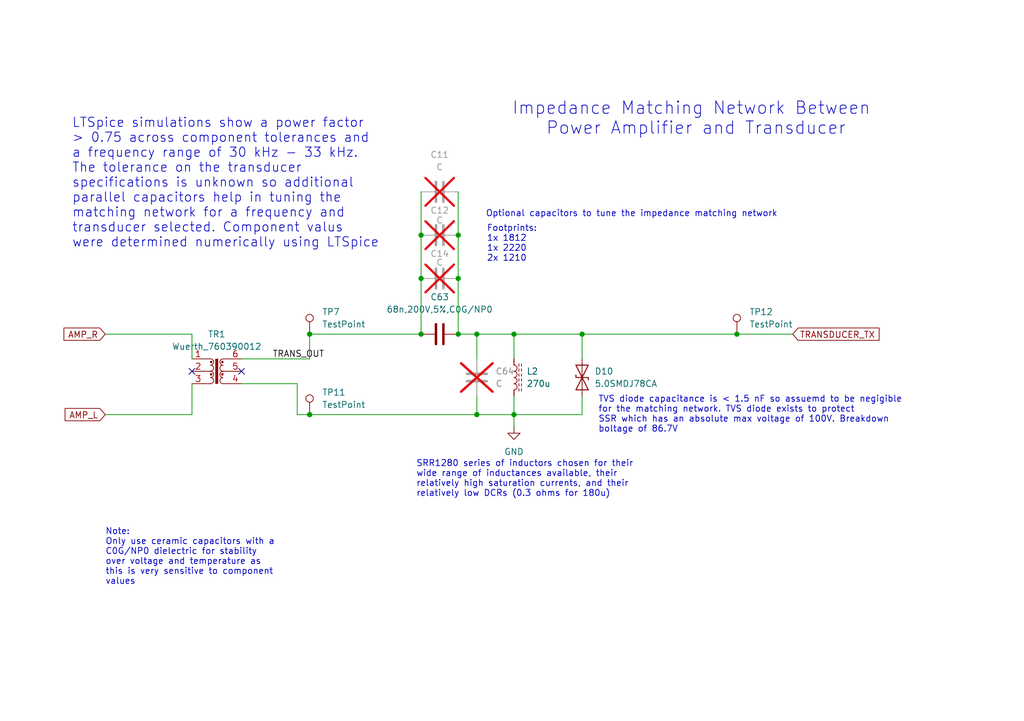
<source format=kicad_sch>
(kicad_sch
	(version 20231120)
	(generator "eeschema")
	(generator_version "8.0")
	(uuid "3513a324-e091-4d45-8f96-049a7775347c")
	(paper "A5")
	(title_block
		(title "Impedance Matching Network")
		(date "2025-01-17")
		(rev "1.3")
		(company "EV")
	)
	(lib_symbols
		(symbol "UAM_symbols:C"
			(pin_numbers hide)
			(pin_names
				(offset 0.254)
			)
			(exclude_from_sim no)
			(in_bom yes)
			(on_board yes)
			(property "Reference" "C"
				(at 0.635 2.54 0)
				(effects
					(font
						(size 1.27 1.27)
					)
					(justify left)
				)
			)
			(property "Value" "C"
				(at 0.635 -2.54 0)
				(effects
					(font
						(size 1.27 1.27)
					)
					(justify left)
				)
			)
			(property "Footprint" ""
				(at 0.9652 -3.81 0)
				(effects
					(font
						(size 1.27 1.27)
					)
					(hide yes)
				)
			)
			(property "Datasheet" "~"
				(at 0 0 0)
				(effects
					(font
						(size 1.27 1.27)
					)
					(hide yes)
				)
			)
			(property "Description" "Unpolarized capacitor"
				(at 0 0 0)
				(effects
					(font
						(size 1.27 1.27)
					)
					(hide yes)
				)
			)
			(property "ki_keywords" "cap capacitor"
				(at 0 0 0)
				(effects
					(font
						(size 1.27 1.27)
					)
					(hide yes)
				)
			)
			(property "ki_fp_filters" "C_*"
				(at 0 0 0)
				(effects
					(font
						(size 1.27 1.27)
					)
					(hide yes)
				)
			)
			(symbol "C_0_1"
				(polyline
					(pts
						(xy -2.032 -0.762) (xy 2.032 -0.762)
					)
					(stroke
						(width 0.508)
						(type default)
					)
					(fill
						(type none)
					)
				)
				(polyline
					(pts
						(xy -2.032 0.762) (xy 2.032 0.762)
					)
					(stroke
						(width 0.508)
						(type default)
					)
					(fill
						(type none)
					)
				)
			)
			(symbol "C_1_1"
				(pin passive line
					(at 0 3.81 270)
					(length 2.794)
					(name "~"
						(effects
							(font
								(size 1.27 1.27)
							)
						)
					)
					(number "1"
						(effects
							(font
								(size 1.27 1.27)
							)
						)
					)
				)
				(pin passive line
					(at 0 -3.81 90)
					(length 2.794)
					(name "~"
						(effects
							(font
								(size 1.27 1.27)
							)
						)
					)
					(number "2"
						(effects
							(font
								(size 1.27 1.27)
							)
						)
					)
				)
			)
		)
		(symbol "UAM_symbols:L_Ferrite"
			(pin_numbers hide)
			(pin_names
				(offset 1.016) hide)
			(exclude_from_sim no)
			(in_bom yes)
			(on_board yes)
			(property "Reference" "L"
				(at -1.27 0 90)
				(effects
					(font
						(size 1.27 1.27)
					)
				)
			)
			(property "Value" "L_Ferrite"
				(at 2.794 0 90)
				(effects
					(font
						(size 1.27 1.27)
					)
				)
			)
			(property "Footprint" ""
				(at 0 0 0)
				(effects
					(font
						(size 1.27 1.27)
					)
					(hide yes)
				)
			)
			(property "Datasheet" "~"
				(at 0 0 0)
				(effects
					(font
						(size 1.27 1.27)
					)
					(hide yes)
				)
			)
			(property "Description" "Inductor with ferrite core"
				(at 0 0 0)
				(effects
					(font
						(size 1.27 1.27)
					)
					(hide yes)
				)
			)
			(property "ki_keywords" "inductor choke coil reactor magnetic"
				(at 0 0 0)
				(effects
					(font
						(size 1.27 1.27)
					)
					(hide yes)
				)
			)
			(property "ki_fp_filters" "Choke_* *Coil* Inductor_* L_*"
				(at 0 0 0)
				(effects
					(font
						(size 1.27 1.27)
					)
					(hide yes)
				)
			)
			(symbol "L_Ferrite_0_1"
				(arc
					(start 0 -2.54)
					(mid 0.6323 -1.905)
					(end 0 -1.27)
					(stroke
						(width 0)
						(type default)
					)
					(fill
						(type none)
					)
				)
				(arc
					(start 0 -1.27)
					(mid 0.6323 -0.635)
					(end 0 0)
					(stroke
						(width 0)
						(type default)
					)
					(fill
						(type none)
					)
				)
				(polyline
					(pts
						(xy 1.016 -2.794) (xy 1.016 -2.286)
					)
					(stroke
						(width 0)
						(type default)
					)
					(fill
						(type none)
					)
				)
				(polyline
					(pts
						(xy 1.016 -1.778) (xy 1.016 -1.27)
					)
					(stroke
						(width 0)
						(type default)
					)
					(fill
						(type none)
					)
				)
				(polyline
					(pts
						(xy 1.016 -0.762) (xy 1.016 -0.254)
					)
					(stroke
						(width 0)
						(type default)
					)
					(fill
						(type none)
					)
				)
				(polyline
					(pts
						(xy 1.016 0.254) (xy 1.016 0.762)
					)
					(stroke
						(width 0)
						(type default)
					)
					(fill
						(type none)
					)
				)
				(polyline
					(pts
						(xy 1.016 1.27) (xy 1.016 1.778)
					)
					(stroke
						(width 0)
						(type default)
					)
					(fill
						(type none)
					)
				)
				(polyline
					(pts
						(xy 1.016 2.286) (xy 1.016 2.794)
					)
					(stroke
						(width 0)
						(type default)
					)
					(fill
						(type none)
					)
				)
				(polyline
					(pts
						(xy 1.524 -2.286) (xy 1.524 -2.794)
					)
					(stroke
						(width 0)
						(type default)
					)
					(fill
						(type none)
					)
				)
				(polyline
					(pts
						(xy 1.524 -1.27) (xy 1.524 -1.778)
					)
					(stroke
						(width 0)
						(type default)
					)
					(fill
						(type none)
					)
				)
				(polyline
					(pts
						(xy 1.524 -0.254) (xy 1.524 -0.762)
					)
					(stroke
						(width 0)
						(type default)
					)
					(fill
						(type none)
					)
				)
				(polyline
					(pts
						(xy 1.524 0.762) (xy 1.524 0.254)
					)
					(stroke
						(width 0)
						(type default)
					)
					(fill
						(type none)
					)
				)
				(polyline
					(pts
						(xy 1.524 1.778) (xy 1.524 1.27)
					)
					(stroke
						(width 0)
						(type default)
					)
					(fill
						(type none)
					)
				)
				(polyline
					(pts
						(xy 1.524 2.794) (xy 1.524 2.286)
					)
					(stroke
						(width 0)
						(type default)
					)
					(fill
						(type none)
					)
				)
				(arc
					(start 0 0)
					(mid 0.6323 0.635)
					(end 0 1.27)
					(stroke
						(width 0)
						(type default)
					)
					(fill
						(type none)
					)
				)
				(arc
					(start 0 1.27)
					(mid 0.6323 1.905)
					(end 0 2.54)
					(stroke
						(width 0)
						(type default)
					)
					(fill
						(type none)
					)
				)
			)
			(symbol "L_Ferrite_1_1"
				(pin passive line
					(at 0 3.81 270)
					(length 1.27)
					(name "1"
						(effects
							(font
								(size 1.27 1.27)
							)
						)
					)
					(number "1"
						(effects
							(font
								(size 1.27 1.27)
							)
						)
					)
				)
				(pin passive line
					(at 0 -3.81 90)
					(length 1.27)
					(name "2"
						(effects
							(font
								(size 1.27 1.27)
							)
						)
					)
					(number "2"
						(effects
							(font
								(size 1.27 1.27)
							)
						)
					)
				)
			)
		)
		(symbol "UAM_symbols:SMAJ85CA"
			(pin_numbers hide)
			(pin_names
				(offset 1.016) hide)
			(exclude_from_sim no)
			(in_bom yes)
			(on_board yes)
			(property "Reference" "D"
				(at 0 2.54 0)
				(effects
					(font
						(size 1.27 1.27)
					)
				)
			)
			(property "Value" "SMAJ85CA"
				(at 0 -2.54 0)
				(effects
					(font
						(size 1.27 1.27)
					)
				)
			)
			(property "Footprint" "Diode_SMD:D_SMA"
				(at 0 -5.08 0)
				(effects
					(font
						(size 1.27 1.27)
					)
					(hide yes)
				)
			)
			(property "Datasheet" "https://www.littelfuse.com/media?resourcetype=datasheets&itemid=75e32973-b177-4ee3-a0ff-cedaf1abdb93&filename=smaj-datasheet"
				(at 0 0 0)
				(effects
					(font
						(size 1.27 1.27)
					)
					(hide yes)
				)
			)
			(property "Description" "400W bidirectional Transient Voltage Suppressor, 85.0Vr, SMA(DO-214AC)"
				(at 0 0 0)
				(effects
					(font
						(size 1.27 1.27)
					)
					(hide yes)
				)
			)
			(property "ki_keywords" "bidirectional diode TVS voltage suppressor"
				(at 0 0 0)
				(effects
					(font
						(size 1.27 1.27)
					)
					(hide yes)
				)
			)
			(property "ki_fp_filters" "D*SMA*"
				(at 0 0 0)
				(effects
					(font
						(size 1.27 1.27)
					)
					(hide yes)
				)
			)
			(symbol "SMAJ85CA_0_1"
				(polyline
					(pts
						(xy 1.27 0) (xy -1.27 0)
					)
					(stroke
						(width 0)
						(type default)
					)
					(fill
						(type none)
					)
				)
				(polyline
					(pts
						(xy -2.54 -1.27) (xy 0 0) (xy -2.54 1.27) (xy -2.54 -1.27)
					)
					(stroke
						(width 0.2032)
						(type default)
					)
					(fill
						(type none)
					)
				)
				(polyline
					(pts
						(xy 0.508 1.27) (xy 0 1.27) (xy 0 -1.27) (xy -0.508 -1.27)
					)
					(stroke
						(width 0.2032)
						(type default)
					)
					(fill
						(type none)
					)
				)
				(polyline
					(pts
						(xy 2.54 1.27) (xy 2.54 -1.27) (xy 0 0) (xy 2.54 1.27)
					)
					(stroke
						(width 0.2032)
						(type default)
					)
					(fill
						(type none)
					)
				)
			)
			(symbol "SMAJ85CA_1_1"
				(pin passive line
					(at -3.81 0 0)
					(length 2.54)
					(name "A1"
						(effects
							(font
								(size 1.27 1.27)
							)
						)
					)
					(number "1"
						(effects
							(font
								(size 1.27 1.27)
							)
						)
					)
				)
				(pin passive line
					(at 3.81 0 180)
					(length 2.54)
					(name "A2"
						(effects
							(font
								(size 1.27 1.27)
							)
						)
					)
					(number "2"
						(effects
							(font
								(size 1.27 1.27)
							)
						)
					)
				)
			)
		)
		(symbol "UAM_symbols:TestPoint"
			(pin_numbers hide)
			(pin_names
				(offset 0.762) hide)
			(exclude_from_sim no)
			(in_bom yes)
			(on_board yes)
			(property "Reference" "TP"
				(at 0 6.858 0)
				(effects
					(font
						(size 1.27 1.27)
					)
				)
			)
			(property "Value" "TestPoint"
				(at 0 5.08 0)
				(effects
					(font
						(size 1.27 1.27)
					)
				)
			)
			(property "Footprint" ""
				(at 5.08 0 0)
				(effects
					(font
						(size 1.27 1.27)
					)
					(hide yes)
				)
			)
			(property "Datasheet" "~"
				(at 5.08 0 0)
				(effects
					(font
						(size 1.27 1.27)
					)
					(hide yes)
				)
			)
			(property "Description" "test point"
				(at 0 0 0)
				(effects
					(font
						(size 1.27 1.27)
					)
					(hide yes)
				)
			)
			(property "ki_keywords" "test point tp"
				(at 0 0 0)
				(effects
					(font
						(size 1.27 1.27)
					)
					(hide yes)
				)
			)
			(property "ki_fp_filters" "Pin* Test*"
				(at 0 0 0)
				(effects
					(font
						(size 1.27 1.27)
					)
					(hide yes)
				)
			)
			(symbol "TestPoint_0_1"
				(circle
					(center 0 3.302)
					(radius 0.762)
					(stroke
						(width 0)
						(type default)
					)
					(fill
						(type none)
					)
				)
			)
			(symbol "TestPoint_1_1"
				(pin passive line
					(at 0 0 90)
					(length 2.54)
					(name "1"
						(effects
							(font
								(size 1.27 1.27)
							)
						)
					)
					(number "1"
						(effects
							(font
								(size 1.27 1.27)
							)
						)
					)
				)
			)
		)
		(symbol "UAM_symbols:Wuerth_750315371"
			(exclude_from_sim no)
			(in_bom yes)
			(on_board yes)
			(property "Reference" "TR"
				(at 0 5.08 0)
				(effects
					(font
						(size 1.27 1.27)
					)
				)
			)
			(property "Value" "Wuerth_750315371"
				(at 0 -5.08 0)
				(effects
					(font
						(size 1.27 1.27)
					)
				)
			)
			(property "Footprint" "Transformer_SMD:Transformer_Wuerth_750315371"
				(at 0 -6.985 0)
				(effects
					(font
						(size 1.27 1.27)
					)
					(hide yes)
				)
			)
			(property "Datasheet" "https://www.we-online.com/catalog/datasheet/750315371.pdf"
				(at 0 0 0)
				(effects
					(font
						(size 1.27 1.27)
					)
					(hide yes)
				)
			)
			(property "Description" "5V, 1A , 320 - 480kHz, 1:1.1, Center Tapped, SMD"
				(at 0 0 0)
				(effects
					(font
						(size 1.27 1.27)
					)
					(hide yes)
				)
			)
			(property "ki_keywords" "Power Center Tapped Flyback Transformer AEC-Q200"
				(at 0 0 0)
				(effects
					(font
						(size 1.27 1.27)
					)
					(hide yes)
				)
			)
			(property "ki_fp_filters" "Transformer*Wuerth*750315371*"
				(at 0 0 0)
				(effects
					(font
						(size 1.27 1.27)
					)
					(hide yes)
				)
			)
			(symbol "Wuerth_750315371_0_1"
				(arc
					(start -1.27 -2.54)
					(mid -0.6377 -1.905)
					(end -1.27 -1.27)
					(stroke
						(width 0)
						(type default)
					)
					(fill
						(type none)
					)
				)
				(arc
					(start -1.27 -1.27)
					(mid -0.6377 -0.635)
					(end -1.27 0)
					(stroke
						(width 0)
						(type default)
					)
					(fill
						(type none)
					)
				)
				(rectangle
					(start -0.254 2.54)
					(end 0.254 -2.54)
					(stroke
						(width 0.0254)
						(type default)
					)
					(fill
						(type outline)
					)
				)
				(polyline
					(pts
						(xy -2.54 -2.54) (xy -1.27 -2.54)
					)
					(stroke
						(width 0)
						(type default)
					)
					(fill
						(type none)
					)
				)
				(polyline
					(pts
						(xy -2.54 0) (xy -1.27 0)
					)
					(stroke
						(width 0)
						(type default)
					)
					(fill
						(type none)
					)
				)
				(polyline
					(pts
						(xy -2.54 2.54) (xy -1.27 2.54)
					)
					(stroke
						(width 0)
						(type default)
					)
					(fill
						(type none)
					)
				)
				(polyline
					(pts
						(xy 1.27 -2.54) (xy 2.54 -2.54)
					)
					(stroke
						(width 0)
						(type default)
					)
					(fill
						(type none)
					)
				)
				(polyline
					(pts
						(xy 1.27 0) (xy 2.54 0)
					)
					(stroke
						(width 0)
						(type default)
					)
					(fill
						(type none)
					)
				)
				(polyline
					(pts
						(xy 1.27 2.54) (xy 2.54 2.54)
					)
					(stroke
						(width 0)
						(type default)
					)
					(fill
						(type none)
					)
				)
			)
			(symbol "Wuerth_750315371_1_1"
				(arc
					(start -1.27 0)
					(mid -0.6377 0.635)
					(end -1.27 1.27)
					(stroke
						(width 0)
						(type default)
					)
					(fill
						(type none)
					)
				)
				(arc
					(start -1.27 1.27)
					(mid -0.6377 1.905)
					(end -1.27 2.54)
					(stroke
						(width 0)
						(type default)
					)
					(fill
						(type none)
					)
				)
				(circle
					(center -1.143 -0.635)
					(radius 0.127)
					(stroke
						(width 0.254)
						(type default)
					)
					(fill
						(type none)
					)
				)
				(circle
					(center -1.143 1.905)
					(radius 0.127)
					(stroke
						(width 0.254)
						(type default)
					)
					(fill
						(type none)
					)
				)
				(circle
					(center 1.143 -0.635)
					(radius 0.127)
					(stroke
						(width 0.254)
						(type default)
					)
					(fill
						(type none)
					)
				)
				(circle
					(center 1.143 1.905)
					(radius 0.127)
					(stroke
						(width 0.254)
						(type default)
					)
					(fill
						(type none)
					)
				)
				(arc
					(start 1.27 -1.27)
					(mid 0.6377 -1.905)
					(end 1.27 -2.54)
					(stroke
						(width 0)
						(type default)
					)
					(fill
						(type none)
					)
				)
				(arc
					(start 1.27 0)
					(mid 0.6377 -0.635)
					(end 1.27 -1.27)
					(stroke
						(width 0)
						(type default)
					)
					(fill
						(type none)
					)
				)
				(arc
					(start 1.27 1.27)
					(mid 0.6377 0.635)
					(end 1.27 0)
					(stroke
						(width 0)
						(type default)
					)
					(fill
						(type none)
					)
				)
				(arc
					(start 1.27 2.54)
					(mid 0.6377 1.905)
					(end 1.27 1.27)
					(stroke
						(width 0)
						(type default)
					)
					(fill
						(type none)
					)
				)
				(pin passive line
					(at -5.08 2.54 0)
					(length 2.54)
					(name "~"
						(effects
							(font
								(size 1.27 1.27)
							)
						)
					)
					(number "1"
						(effects
							(font
								(size 1.27 1.27)
							)
						)
					)
				)
				(pin passive line
					(at -5.08 0 0)
					(length 2.54)
					(name "~"
						(effects
							(font
								(size 1.27 1.27)
							)
						)
					)
					(number "2"
						(effects
							(font
								(size 1.27 1.27)
							)
						)
					)
				)
				(pin passive line
					(at -5.08 -2.54 0)
					(length 2.54)
					(name "~"
						(effects
							(font
								(size 1.27 1.27)
							)
						)
					)
					(number "3"
						(effects
							(font
								(size 1.27 1.27)
							)
						)
					)
				)
				(pin passive line
					(at 5.08 -2.54 180)
					(length 2.54)
					(name "~"
						(effects
							(font
								(size 1.27 1.27)
							)
						)
					)
					(number "4"
						(effects
							(font
								(size 1.27 1.27)
							)
						)
					)
				)
				(pin passive line
					(at 5.08 0 180)
					(length 2.54)
					(name "~"
						(effects
							(font
								(size 1.27 1.27)
							)
						)
					)
					(number "5"
						(effects
							(font
								(size 1.27 1.27)
							)
						)
					)
				)
				(pin passive line
					(at 5.08 2.54 180)
					(length 2.54)
					(name "~"
						(effects
							(font
								(size 1.27 1.27)
							)
						)
					)
					(number "6"
						(effects
							(font
								(size 1.27 1.27)
							)
						)
					)
				)
			)
		)
		(symbol "power:GND"
			(power)
			(pin_numbers hide)
			(pin_names
				(offset 0) hide)
			(exclude_from_sim no)
			(in_bom yes)
			(on_board yes)
			(property "Reference" "#PWR"
				(at 0 -6.35 0)
				(effects
					(font
						(size 1.27 1.27)
					)
					(hide yes)
				)
			)
			(property "Value" "GND"
				(at 0 -3.81 0)
				(effects
					(font
						(size 1.27 1.27)
					)
				)
			)
			(property "Footprint" ""
				(at 0 0 0)
				(effects
					(font
						(size 1.27 1.27)
					)
					(hide yes)
				)
			)
			(property "Datasheet" ""
				(at 0 0 0)
				(effects
					(font
						(size 1.27 1.27)
					)
					(hide yes)
				)
			)
			(property "Description" "Power symbol creates a global label with name \"GND\" , ground"
				(at 0 0 0)
				(effects
					(font
						(size 1.27 1.27)
					)
					(hide yes)
				)
			)
			(property "ki_keywords" "global power"
				(at 0 0 0)
				(effects
					(font
						(size 1.27 1.27)
					)
					(hide yes)
				)
			)
			(symbol "GND_0_1"
				(polyline
					(pts
						(xy 0 0) (xy 0 -1.27) (xy 1.27 -1.27) (xy 0 -2.54) (xy -1.27 -1.27) (xy 0 -1.27)
					)
					(stroke
						(width 0)
						(type default)
					)
					(fill
						(type none)
					)
				)
			)
			(symbol "GND_1_1"
				(pin power_in line
					(at 0 0 270)
					(length 0)
					(name "~"
						(effects
							(font
								(size 1.27 1.27)
							)
						)
					)
					(number "1"
						(effects
							(font
								(size 1.27 1.27)
							)
						)
					)
				)
			)
		)
	)
	(junction
		(at 105.41 85.09)
		(diameter 0)
		(color 0 0 0 0)
		(uuid "23d1a9cb-0bcd-4be1-a032-1e726b063d60")
	)
	(junction
		(at 105.41 68.58)
		(diameter 0)
		(color 0 0 0 0)
		(uuid "2885a944-6514-4ba0-aabf-196d358c9fa1")
	)
	(junction
		(at 97.79 85.09)
		(diameter 0)
		(color 0 0 0 0)
		(uuid "56071031-67e2-4a9a-8503-42648f2d119e")
	)
	(junction
		(at 63.5 68.58)
		(diameter 0)
		(color 0 0 0 0)
		(uuid "5995de18-6565-4325-94e1-be1e1a7d7d63")
	)
	(junction
		(at 63.5 85.09)
		(diameter 0)
		(color 0 0 0 0)
		(uuid "69084775-8b69-4e3c-8bec-943e93a335fc")
	)
	(junction
		(at 86.36 68.58)
		(diameter 0)
		(color 0 0 0 0)
		(uuid "7e848b90-2d18-464e-867a-204c2cc3c8e4")
	)
	(junction
		(at 86.36 57.15)
		(diameter 0)
		(color 0 0 0 0)
		(uuid "87c27488-779a-433c-bfc0-766b1a217501")
	)
	(junction
		(at 93.98 48.26)
		(diameter 0)
		(color 0 0 0 0)
		(uuid "91d97867-c083-4778-bd1c-5c4d9dc3a87c")
	)
	(junction
		(at 97.79 68.58)
		(diameter 0)
		(color 0 0 0 0)
		(uuid "9a120cb4-fbe0-4d80-b3ed-43ba0d27357f")
	)
	(junction
		(at 119.38 68.58)
		(diameter 0)
		(color 0 0 0 0)
		(uuid "a044b4ce-353c-4a76-afca-1346aa333be5")
	)
	(junction
		(at 86.36 48.26)
		(diameter 0)
		(color 0 0 0 0)
		(uuid "b9dd2f00-70a3-43ce-b2d2-a7c0b37f07b7")
	)
	(junction
		(at 93.98 57.15)
		(diameter 0)
		(color 0 0 0 0)
		(uuid "d8ad882e-bb83-4b9f-ba7c-ca6193a8961c")
	)
	(junction
		(at 151.13 68.58)
		(diameter 0)
		(color 0 0 0 0)
		(uuid "da82d4fa-4c73-477b-9892-3a797e22dbd9")
	)
	(junction
		(at 93.98 68.58)
		(diameter 0)
		(color 0 0 0 0)
		(uuid "de65f51d-df2a-4130-9507-de1f80b382ae")
	)
	(no_connect
		(at 49.53 76.2)
		(uuid "07eca37b-cb42-4571-9b87-9439877e7b28")
	)
	(no_connect
		(at 39.37 76.2)
		(uuid "78bf4c9d-6919-45e9-94a6-c86a4e75253d")
	)
	(wire
		(pts
			(xy 97.79 85.09) (xy 105.41 85.09)
		)
		(stroke
			(width 0)
			(type default)
		)
		(uuid "02a6aa97-492e-4984-b363-653e14c5c3f8")
	)
	(wire
		(pts
			(xy 60.96 85.09) (xy 63.5 85.09)
		)
		(stroke
			(width 0)
			(type default)
		)
		(uuid "0401c6af-e6f4-45de-a791-906282163222")
	)
	(wire
		(pts
			(xy 93.98 48.26) (xy 93.98 57.15)
		)
		(stroke
			(width 0)
			(type default)
		)
		(uuid "0d195966-f9b6-4635-b0e3-b28ee2d64876")
	)
	(wire
		(pts
			(xy 60.96 78.74) (xy 60.96 85.09)
		)
		(stroke
			(width 0)
			(type default)
		)
		(uuid "0d7cc246-0087-4665-aa86-d380a9c51079")
	)
	(wire
		(pts
			(xy 105.41 68.58) (xy 119.38 68.58)
		)
		(stroke
			(width 0)
			(type default)
		)
		(uuid "46b22eb1-19f6-4088-9a78-6ae48536eb9b")
	)
	(wire
		(pts
			(xy 49.53 73.66) (xy 63.5 73.66)
		)
		(stroke
			(width 0)
			(type default)
		)
		(uuid "6e04327a-7c98-4bef-a918-7bf829f4618e")
	)
	(wire
		(pts
			(xy 105.41 68.58) (xy 105.41 73.66)
		)
		(stroke
			(width 0)
			(type default)
		)
		(uuid "724d0dfb-cf64-4dbb-ab6a-4f6c5644088a")
	)
	(wire
		(pts
			(xy 119.38 68.58) (xy 119.38 73.66)
		)
		(stroke
			(width 0)
			(type default)
		)
		(uuid "73837a14-2a6f-482c-a6de-62cb73999ddc")
	)
	(wire
		(pts
			(xy 151.13 68.58) (xy 162.56 68.58)
		)
		(stroke
			(width 0)
			(type default)
		)
		(uuid "74af4a10-b776-4091-97a8-a896a5391b4e")
	)
	(wire
		(pts
			(xy 21.59 85.09) (xy 39.37 85.09)
		)
		(stroke
			(width 0)
			(type default)
		)
		(uuid "7e2f4d45-585f-4411-979d-30cef6100638")
	)
	(wire
		(pts
			(xy 39.37 85.09) (xy 39.37 78.74)
		)
		(stroke
			(width 0)
			(type default)
		)
		(uuid "7e8b8697-5ef1-4dc4-8fd7-b80430ab0dc9")
	)
	(wire
		(pts
			(xy 63.5 68.58) (xy 86.36 68.58)
		)
		(stroke
			(width 0)
			(type default)
		)
		(uuid "81f5ea49-3669-412a-bbfa-ff5f1cbda2f4")
	)
	(wire
		(pts
			(xy 93.98 39.37) (xy 93.98 48.26)
		)
		(stroke
			(width 0)
			(type default)
		)
		(uuid "84ee1a41-28f5-4dcd-ba43-cc1eda80a326")
	)
	(wire
		(pts
			(xy 21.59 68.58) (xy 39.37 68.58)
		)
		(stroke
			(width 0)
			(type default)
		)
		(uuid "84fa6aeb-6293-4963-a843-79e98e0a91a2")
	)
	(wire
		(pts
			(xy 97.79 68.58) (xy 97.79 73.66)
		)
		(stroke
			(width 0)
			(type default)
		)
		(uuid "8c4a66e8-8c03-4bfb-a38c-2852a86569fb")
	)
	(wire
		(pts
			(xy 119.38 68.58) (xy 151.13 68.58)
		)
		(stroke
			(width 0)
			(type default)
		)
		(uuid "95d84d5b-4172-4986-b7aa-d1e0aa29b597")
	)
	(wire
		(pts
			(xy 97.79 81.28) (xy 97.79 85.09)
		)
		(stroke
			(width 0)
			(type default)
		)
		(uuid "9bc46b27-271e-4daa-911e-feacabc7fcb2")
	)
	(wire
		(pts
			(xy 86.36 48.26) (xy 86.36 57.15)
		)
		(stroke
			(width 0)
			(type default)
		)
		(uuid "9c0824e4-8e3e-4cf1-bdb7-ef7d79659877")
	)
	(wire
		(pts
			(xy 97.79 68.58) (xy 105.41 68.58)
		)
		(stroke
			(width 0)
			(type default)
		)
		(uuid "9c4a88b2-89e1-4670-8e4d-28b7640dd618")
	)
	(wire
		(pts
			(xy 86.36 57.15) (xy 86.36 68.58)
		)
		(stroke
			(width 0)
			(type default)
		)
		(uuid "a59df1cd-1600-41d3-a093-c44d221bf3d0")
	)
	(wire
		(pts
			(xy 93.98 57.15) (xy 93.98 68.58)
		)
		(stroke
			(width 0)
			(type default)
		)
		(uuid "a7180a14-e4bb-4d88-96ea-9634762b2df0")
	)
	(wire
		(pts
			(xy 105.41 85.09) (xy 105.41 81.28)
		)
		(stroke
			(width 0)
			(type default)
		)
		(uuid "a8bf2900-1fdb-4a47-b502-dd1b76596407")
	)
	(wire
		(pts
			(xy 119.38 85.09) (xy 105.41 85.09)
		)
		(stroke
			(width 0)
			(type default)
		)
		(uuid "a90b8ee5-bad3-4509-b357-6899975b03d5")
	)
	(wire
		(pts
			(xy 105.41 87.63) (xy 105.41 85.09)
		)
		(stroke
			(width 0)
			(type default)
		)
		(uuid "b3399d17-5a7c-49b1-a27d-42b70b16d8ba")
	)
	(wire
		(pts
			(xy 39.37 68.58) (xy 39.37 73.66)
		)
		(stroke
			(width 0)
			(type default)
		)
		(uuid "bfc7413c-3c06-4173-b173-7c2a127d5ea8")
	)
	(wire
		(pts
			(xy 93.98 68.58) (xy 97.79 68.58)
		)
		(stroke
			(width 0)
			(type default)
		)
		(uuid "d08a5572-e3d2-44b8-ad93-e43844d621c0")
	)
	(wire
		(pts
			(xy 63.5 85.09) (xy 97.79 85.09)
		)
		(stroke
			(width 0)
			(type default)
		)
		(uuid "d092131c-2574-4b16-8b91-02bb0adf3fe2")
	)
	(wire
		(pts
			(xy 86.36 39.37) (xy 86.36 48.26)
		)
		(stroke
			(width 0)
			(type default)
		)
		(uuid "d66f6f5b-c4d4-4649-83b3-0732c2f0e4b7")
	)
	(wire
		(pts
			(xy 63.5 73.66) (xy 63.5 68.58)
		)
		(stroke
			(width 0)
			(type default)
		)
		(uuid "dc2e4753-014d-4fd6-b270-da6d7526118c")
	)
	(wire
		(pts
			(xy 49.53 78.74) (xy 60.96 78.74)
		)
		(stroke
			(width 0)
			(type default)
		)
		(uuid "dd4affef-1fea-4f83-ae6e-745d67221666")
	)
	(wire
		(pts
			(xy 119.38 81.28) (xy 119.38 85.09)
		)
		(stroke
			(width 0)
			(type default)
		)
		(uuid "de297d93-856f-4aef-bdd9-9f95b8f148df")
	)
	(text "Note:\nOnly use ceramic capacitors with a\nC0G/NP0 dielectric for stability\nover voltage and temperature as\nthis is very sensitive to component\nvalues"
		(exclude_from_sim no)
		(at 21.59 114.3 0)
		(effects
			(font
				(size 1.27 1.27)
			)
			(justify left)
		)
		(uuid "26e3b218-a9da-497e-9b16-be0778d19872")
	)
	(text "LTSpice simulations show a power factor \n> 0.75 across component tolerances and \na frequency range of 30 kHz - 33 kHz. \nThe tolerance on the transducer \nspecifications is unknown so additional \nparallel capacitors help in tuning the \nmatching network for a frequency and \ntransducer selected. Component valus \nwere determined numerically using LTSpice"
		(exclude_from_sim no)
		(at 14.732 37.592 0)
		(effects
			(font
				(size 1.905 1.905)
			)
			(justify left)
		)
		(uuid "3a59242c-aa16-4f3f-9627-0824633bcbc2")
	)
	(text "Footprints:\n1x 1812\n1x 2220\n2x 1210"
		(exclude_from_sim no)
		(at 99.822 50.038 0)
		(effects
			(font
				(size 1.27 1.27)
			)
			(justify left)
		)
		(uuid "a07f152c-476e-4504-9f39-04e0912b0edb")
	)
	(text "Impedance Matching Network Between \nPower Amplifier and Transducer"
		(exclude_from_sim no)
		(at 142.748 24.384 0)
		(effects
			(font
				(size 2.54 2.54)
			)
		)
		(uuid "aab02049-f2e9-4590-bdd9-b05bdd551df3")
	)
	(text "SRR1280 series of inductors chosen for their\nwide range of inductances available, their\nrelatively high saturation currents, and their\nrelatively low DCRs (0.3 ohms for 180u)"
		(exclude_from_sim no)
		(at 85.344 98.298 0)
		(effects
			(font
				(size 1.27 1.27)
			)
			(justify left)
		)
		(uuid "b0ab9545-3d2b-4aff-9483-223ea291ffd2")
	)
	(text "Optional capacitors to tune the impedance matching network"
		(exclude_from_sim no)
		(at 129.54 43.942 0)
		(effects
			(font
				(size 1.27 1.27)
			)
		)
		(uuid "d1317825-91ec-4604-9aae-16a50a8360e4")
	)
	(text "TVS diode capacitance is < 1.5 nF so assuemd to be negigible\nfor the matching network. TVS diode exists to protect\nSSR which has an absolute max voltage of 100V. Breakdown\nboltage of 86.7V"
		(exclude_from_sim no)
		(at 122.682 85.09 0)
		(effects
			(font
				(size 1.27 1.27)
			)
			(justify left)
		)
		(uuid "d1bef826-e0f9-40e6-afa9-3c34f0d1deb3")
	)
	(label "TRANS_OUT"
		(at 55.88 73.66 0)
		(fields_autoplaced yes)
		(effects
			(font
				(size 1.27 1.27)
			)
			(justify left bottom)
		)
		(uuid "67965714-2092-4623-99ba-395a036fb10a")
	)
	(global_label "AMP_R"
		(shape input)
		(at 21.59 68.58 180)
		(fields_autoplaced yes)
		(effects
			(font
				(size 1.27 1.27)
			)
			(justify right)
		)
		(uuid "a943e2ba-957e-47a3-8839-25bbf6095732")
		(property "Intersheetrefs" "${INTERSHEET_REFS}"
			(at 12.5572 68.58 0)
			(effects
				(font
					(size 1.27 1.27)
				)
				(justify right)
				(hide yes)
			)
		)
	)
	(global_label "AMP_L"
		(shape input)
		(at 21.59 85.09 180)
		(fields_autoplaced yes)
		(effects
			(font
				(size 1.27 1.27)
			)
			(justify right)
		)
		(uuid "d70cff90-c458-474d-9fcf-9b113070f449")
		(property "Intersheetrefs" "${INTERSHEET_REFS}"
			(at 12.7991 85.09 0)
			(effects
				(font
					(size 1.27 1.27)
				)
				(justify right)
				(hide yes)
			)
		)
	)
	(global_label "TRANSDUCER_TX"
		(shape input)
		(at 162.56 68.58 0)
		(fields_autoplaced yes)
		(effects
			(font
				(size 1.27 1.27)
			)
			(justify left)
		)
		(uuid "de849338-709d-44b3-b973-77b6b706e7c5")
		(property "Intersheetrefs" "${INTERSHEET_REFS}"
			(at 180.8456 68.58 0)
			(effects
				(font
					(size 1.27 1.27)
				)
				(justify left)
				(hide yes)
			)
		)
	)
	(symbol
		(lib_id "UAM_symbols:C")
		(at 90.17 57.15 90)
		(unit 1)
		(exclude_from_sim no)
		(in_bom no)
		(on_board yes)
		(dnp yes)
		(uuid "0ad8c5aa-150c-4c17-abce-bcfe3251439b")
		(property "Reference" "C14"
			(at 90.17 52.07 90)
			(effects
				(font
					(size 1.27 1.27)
				)
			)
		)
		(property "Value" "C"
			(at 90.17 53.848 90)
			(effects
				(font
					(size 1.27 1.27)
				)
			)
		)
		(property "Footprint" "Capacitor_SMD:C_1210_3225Metric_Pad1.33x2.70mm_HandSolder"
			(at 93.98 56.1848 0)
			(effects
				(font
					(size 1.27 1.27)
				)
				(hide yes)
			)
		)
		(property "Datasheet" "~"
			(at 90.17 57.15 0)
			(effects
				(font
					(size 1.27 1.27)
				)
				(hide yes)
			)
		)
		(property "Description" "Unpolarized capacitor"
			(at 90.17 57.15 0)
			(effects
				(font
					(size 1.27 1.27)
				)
				(hide yes)
			)
		)
		(property "Irms" ""
			(at 90.17 57.15 0)
			(effects
				(font
					(size 1.27 1.27)
				)
				(hide yes)
			)
		)
		(property "Tolerance" ""
			(at 90.17 57.15 0)
			(effects
				(font
					(size 1.27 1.27)
				)
				(hide yes)
			)
		)
		(property "Voltage" ""
			(at 90.17 57.15 0)
			(effects
				(font
					(size 1.27 1.27)
				)
				(hide yes)
			)
		)
		(pin "2"
			(uuid "7978fe74-2cb8-4f44-8ccf-13b2782026e8")
		)
		(pin "1"
			(uuid "272625c2-bbb3-4f69-8ecb-4e4b7949b43d")
		)
		(instances
			(project "UAM"
				(path "/af15edda-fefd-41c1-b558-f4be36e6b138/c99f3fcf-4aa2-443e-8bd1-bf4fc926d49f"
					(reference "C14")
					(unit 1)
				)
			)
		)
	)
	(symbol
		(lib_id "UAM_symbols:C")
		(at 97.79 77.47 0)
		(unit 1)
		(exclude_from_sim no)
		(in_bom no)
		(on_board yes)
		(dnp yes)
		(fields_autoplaced yes)
		(uuid "29d68118-8422-458d-962f-889ce5269e76")
		(property "Reference" "C64"
			(at 101.6 76.1999 0)
			(effects
				(font
					(size 1.27 1.27)
				)
				(justify left)
			)
		)
		(property "Value" "C"
			(at 101.6 78.7399 0)
			(effects
				(font
					(size 1.27 1.27)
				)
				(justify left)
			)
		)
		(property "Footprint" "Capacitor_SMD:C_0805_2012Metric_Pad1.18x1.45mm_HandSolder"
			(at 98.7552 81.28 0)
			(effects
				(font
					(size 1.27 1.27)
				)
				(hide yes)
			)
		)
		(property "Datasheet" "~"
			(at 97.79 77.47 0)
			(effects
				(font
					(size 1.27 1.27)
				)
				(hide yes)
			)
		)
		(property "Description" "Unpolarized capacitor"
			(at 97.79 77.47 0)
			(effects
				(font
					(size 1.27 1.27)
				)
				(hide yes)
			)
		)
		(property "Irms" ""
			(at 97.79 77.47 0)
			(effects
				(font
					(size 1.27 1.27)
				)
				(hide yes)
			)
		)
		(property "Tolerance" ""
			(at 97.79 77.47 0)
			(effects
				(font
					(size 1.27 1.27)
				)
				(hide yes)
			)
		)
		(property "Voltage" ""
			(at 97.79 77.47 0)
			(effects
				(font
					(size 1.27 1.27)
				)
				(hide yes)
			)
		)
		(pin "1"
			(uuid "c75e1e4f-12e6-4f12-aef8-667d5da89a75")
		)
		(pin "2"
			(uuid "ec8cdadc-54d2-43a8-a739-480d0ca34db7")
		)
		(instances
			(project "UAM"
				(path "/af15edda-fefd-41c1-b558-f4be36e6b138/c99f3fcf-4aa2-443e-8bd1-bf4fc926d49f"
					(reference "C64")
					(unit 1)
				)
			)
		)
	)
	(symbol
		(lib_id "UAM_symbols:Wuerth_750315371")
		(at 44.45 76.2 0)
		(unit 1)
		(exclude_from_sim no)
		(in_bom yes)
		(on_board yes)
		(dnp no)
		(fields_autoplaced yes)
		(uuid "4932320c-377d-4513-af5e-7ae1c6a8b00e")
		(property "Reference" "TR1"
			(at 44.45 68.58 0)
			(effects
				(font
					(size 1.27 1.27)
				)
			)
		)
		(property "Value" "Wuerth_760390012"
			(at 44.45 71.12 0)
			(effects
				(font
					(size 1.27 1.27)
				)
			)
		)
		(property "Footprint" "Transformer_SMD:Transformer_Wuerth_750315371"
			(at 44.45 83.185 0)
			(effects
				(font
					(size 1.27 1.27)
				)
				(hide yes)
			)
		)
		(property "Datasheet" "https://www.we-online.com/catalog/datasheet/750315371.pdf"
			(at 44.45 76.2 0)
			(effects
				(font
					(size 1.27 1.27)
				)
				(hide yes)
			)
		)
		(property "Description" "5V, 1A , 320 - 480kHz, 1:1.1, Center Tapped, SMD"
			(at 44.45 76.2 0)
			(effects
				(font
					(size 1.27 1.27)
				)
				(hide yes)
			)
		)
		(property "Irms" ""
			(at 44.45 76.2 0)
			(effects
				(font
					(size 1.27 1.27)
				)
				(hide yes)
			)
		)
		(property "Tolerance" ""
			(at 44.45 76.2 0)
			(effects
				(font
					(size 1.27 1.27)
				)
				(hide yes)
			)
		)
		(property "Voltage" ""
			(at 44.45 76.2 0)
			(effects
				(font
					(size 1.27 1.27)
				)
				(hide yes)
			)
		)
		(pin "2"
			(uuid "84ffa886-f6b8-4838-abb3-3fea3d148d67")
		)
		(pin "1"
			(uuid "7d6de5fb-8c4a-4381-be10-40904ebed3bc")
		)
		(pin "3"
			(uuid "20ff2326-bd5b-4961-a8d4-cc23ec127208")
		)
		(pin "6"
			(uuid "8c6cf8a1-f49b-4474-9a6c-fa4bcb8e7954")
		)
		(pin "5"
			(uuid "e862c500-29f0-43a3-b5cd-1da5b5e6e5b2")
		)
		(pin "4"
			(uuid "2631328e-ccde-4af8-bb7d-c0c8c2327079")
		)
		(instances
			(project "UAM"
				(path "/af15edda-fefd-41c1-b558-f4be36e6b138/c99f3fcf-4aa2-443e-8bd1-bf4fc926d49f"
					(reference "TR1")
					(unit 1)
				)
			)
		)
	)
	(symbol
		(lib_id "power:GND")
		(at 105.41 87.63 0)
		(unit 1)
		(exclude_from_sim no)
		(in_bom yes)
		(on_board yes)
		(dnp no)
		(fields_autoplaced yes)
		(uuid "4b803277-ee01-4b89-80d8-41a05af7d8f6")
		(property "Reference" "#PWR023"
			(at 105.41 93.98 0)
			(effects
				(font
					(size 1.27 1.27)
				)
				(hide yes)
			)
		)
		(property "Value" "GND"
			(at 105.41 92.71 0)
			(effects
				(font
					(size 1.27 1.27)
				)
			)
		)
		(property "Footprint" ""
			(at 105.41 87.63 0)
			(effects
				(font
					(size 1.27 1.27)
				)
				(hide yes)
			)
		)
		(property "Datasheet" ""
			(at 105.41 87.63 0)
			(effects
				(font
					(size 1.27 1.27)
				)
				(hide yes)
			)
		)
		(property "Description" "Power symbol creates a global label with name \"GND\" , ground"
			(at 105.41 87.63 0)
			(effects
				(font
					(size 1.27 1.27)
				)
				(hide yes)
			)
		)
		(pin "1"
			(uuid "daf8c1ec-fa65-46f4-b5b9-9f9ab64c81d7")
		)
		(instances
			(project "UAM"
				(path "/af15edda-fefd-41c1-b558-f4be36e6b138/c99f3fcf-4aa2-443e-8bd1-bf4fc926d49f"
					(reference "#PWR023")
					(unit 1)
				)
			)
		)
	)
	(symbol
		(lib_id "UAM_symbols:L_Ferrite")
		(at 105.41 77.47 0)
		(unit 1)
		(exclude_from_sim no)
		(in_bom yes)
		(on_board yes)
		(dnp no)
		(fields_autoplaced yes)
		(uuid "4df181d3-d59a-4603-91a0-1eed03b5bc92")
		(property "Reference" "L2"
			(at 107.95 76.1999 0)
			(effects
				(font
					(size 1.27 1.27)
				)
				(justify left)
			)
		)
		(property "Value" "270u"
			(at 107.95 78.7399 0)
			(effects
				(font
					(size 1.27 1.27)
				)
				(justify left)
			)
		)
		(property "Footprint" "Inductor_SMD:L_12x12mm_H8mm"
			(at 105.41 77.47 0)
			(effects
				(font
					(size 1.27 1.27)
				)
				(hide yes)
			)
		)
		(property "Datasheet" "~"
			(at 105.41 77.47 0)
			(effects
				(font
					(size 1.27 1.27)
				)
				(hide yes)
			)
		)
		(property "Description" "Inductor with ferrite core"
			(at 105.41 77.47 0)
			(effects
				(font
					(size 1.27 1.27)
				)
				(hide yes)
			)
		)
		(property "Irms" ""
			(at 105.41 77.47 0)
			(effects
				(font
					(size 1.27 1.27)
				)
				(hide yes)
			)
		)
		(property "Tolerance" ""
			(at 105.41 77.47 0)
			(effects
				(font
					(size 1.27 1.27)
				)
				(hide yes)
			)
		)
		(property "Voltage" ""
			(at 105.41 77.47 0)
			(effects
				(font
					(size 1.27 1.27)
				)
				(hide yes)
			)
		)
		(pin "1"
			(uuid "47c4d66b-febc-497c-bfb8-17d69f879e06")
		)
		(pin "2"
			(uuid "1d8aeb1e-b91a-437a-b53c-292e49f88dc4")
		)
		(instances
			(project "UAM"
				(path "/af15edda-fefd-41c1-b558-f4be36e6b138/c99f3fcf-4aa2-443e-8bd1-bf4fc926d49f"
					(reference "L2")
					(unit 1)
				)
			)
		)
	)
	(symbol
		(lib_id "UAM_symbols:TestPoint")
		(at 63.5 68.58 0)
		(unit 1)
		(exclude_from_sim no)
		(in_bom yes)
		(on_board yes)
		(dnp no)
		(fields_autoplaced yes)
		(uuid "629b8730-738a-4d41-9c3e-9b8a5210187d")
		(property "Reference" "TP7"
			(at 66.04 64.0079 0)
			(effects
				(font
					(size 1.27 1.27)
				)
				(justify left)
			)
		)
		(property "Value" "TestPoint"
			(at 66.04 66.5479 0)
			(effects
				(font
					(size 1.27 1.27)
				)
				(justify left)
			)
		)
		(property "Footprint" "TestPoint:TestPoint_Pad_D1.0mm"
			(at 68.58 68.58 0)
			(effects
				(font
					(size 1.27 1.27)
				)
				(hide yes)
			)
		)
		(property "Datasheet" "~"
			(at 68.58 68.58 0)
			(effects
				(font
					(size 1.27 1.27)
				)
				(hide yes)
			)
		)
		(property "Description" "test point"
			(at 63.5 68.58 0)
			(effects
				(font
					(size 1.27 1.27)
				)
				(hide yes)
			)
		)
		(property "Irms" ""
			(at 63.5 68.58 0)
			(effects
				(font
					(size 1.27 1.27)
				)
				(hide yes)
			)
		)
		(property "Tolerance" ""
			(at 63.5 68.58 0)
			(effects
				(font
					(size 1.27 1.27)
				)
				(hide yes)
			)
		)
		(property "Voltage" ""
			(at 63.5 68.58 0)
			(effects
				(font
					(size 1.27 1.27)
				)
				(hide yes)
			)
		)
		(pin "1"
			(uuid "8b0129a1-0cf7-4ac0-944f-88b3a471ad46")
		)
		(instances
			(project "UAM"
				(path "/af15edda-fefd-41c1-b558-f4be36e6b138/c99f3fcf-4aa2-443e-8bd1-bf4fc926d49f"
					(reference "TP7")
					(unit 1)
				)
			)
		)
	)
	(symbol
		(lib_id "UAM_symbols:C")
		(at 90.17 68.58 90)
		(unit 1)
		(exclude_from_sim no)
		(in_bom yes)
		(on_board yes)
		(dnp no)
		(fields_autoplaced yes)
		(uuid "6886e878-8f11-40e1-8c66-99f06677ff54")
		(property "Reference" "C63"
			(at 90.17 60.96 90)
			(effects
				(font
					(size 1.27 1.27)
				)
			)
		)
		(property "Value" "68n,200V,5%,C0G/NP0"
			(at 90.17 63.5 90)
			(effects
				(font
					(size 1.27 1.27)
				)
			)
		)
		(property "Footprint" "Capacitor_SMD:C_1812_4532Metric_Pad1.57x3.40mm_HandSolder"
			(at 93.98 67.6148 0)
			(effects
				(font
					(size 1.27 1.27)
				)
				(hide yes)
			)
		)
		(property "Datasheet" "~"
			(at 90.17 68.58 0)
			(effects
				(font
					(size 1.27 1.27)
				)
				(hide yes)
			)
		)
		(property "Description" "Unpolarized capacitor"
			(at 90.17 68.58 0)
			(effects
				(font
					(size 1.27 1.27)
				)
				(hide yes)
			)
		)
		(property "Irms" ""
			(at 90.17 68.58 0)
			(effects
				(font
					(size 1.27 1.27)
				)
				(hide yes)
			)
		)
		(property "Tolerance" ""
			(at 90.17 68.58 0)
			(effects
				(font
					(size 1.27 1.27)
				)
				(hide yes)
			)
		)
		(property "Voltage" ""
			(at 90.17 68.58 0)
			(effects
				(font
					(size 1.27 1.27)
				)
				(hide yes)
			)
		)
		(pin "2"
			(uuid "953e7710-9666-4521-9de2-6a9ef564bf39")
		)
		(pin "1"
			(uuid "d9790cf8-c462-434e-9c3c-3456cb099454")
		)
		(instances
			(project "UAM"
				(path "/af15edda-fefd-41c1-b558-f4be36e6b138/c99f3fcf-4aa2-443e-8bd1-bf4fc926d49f"
					(reference "C63")
					(unit 1)
				)
			)
		)
	)
	(symbol
		(lib_id "UAM_symbols:TestPoint")
		(at 151.13 68.58 0)
		(unit 1)
		(exclude_from_sim no)
		(in_bom yes)
		(on_board yes)
		(dnp no)
		(fields_autoplaced yes)
		(uuid "9cdcbfd1-cc13-47fc-b11f-0ca3dc27972b")
		(property "Reference" "TP12"
			(at 153.67 64.0079 0)
			(effects
				(font
					(size 1.27 1.27)
				)
				(justify left)
			)
		)
		(property "Value" "TestPoint"
			(at 153.67 66.5479 0)
			(effects
				(font
					(size 1.27 1.27)
				)
				(justify left)
			)
		)
		(property "Footprint" "TestPoint:TestPoint_Pad_D1.0mm"
			(at 156.21 68.58 0)
			(effects
				(font
					(size 1.27 1.27)
				)
				(hide yes)
			)
		)
		(property "Datasheet" "~"
			(at 156.21 68.58 0)
			(effects
				(font
					(size 1.27 1.27)
				)
				(hide yes)
			)
		)
		(property "Description" "test point"
			(at 151.13 68.58 0)
			(effects
				(font
					(size 1.27 1.27)
				)
				(hide yes)
			)
		)
		(property "Irms" ""
			(at 151.13 68.58 0)
			(effects
				(font
					(size 1.27 1.27)
				)
				(hide yes)
			)
		)
		(property "Tolerance" ""
			(at 151.13 68.58 0)
			(effects
				(font
					(size 1.27 1.27)
				)
				(hide yes)
			)
		)
		(property "Voltage" ""
			(at 151.13 68.58 0)
			(effects
				(font
					(size 1.27 1.27)
				)
				(hide yes)
			)
		)
		(pin "1"
			(uuid "d8e3acd6-4bd2-47d6-bc19-ae0b69485bfb")
		)
		(instances
			(project "UAM"
				(path "/af15edda-fefd-41c1-b558-f4be36e6b138/c99f3fcf-4aa2-443e-8bd1-bf4fc926d49f"
					(reference "TP12")
					(unit 1)
				)
			)
		)
	)
	(symbol
		(lib_id "UAM_symbols:TestPoint")
		(at 63.5 85.09 0)
		(unit 1)
		(exclude_from_sim no)
		(in_bom yes)
		(on_board yes)
		(dnp no)
		(fields_autoplaced yes)
		(uuid "b3ba3f34-c9c2-4996-b0dc-e8cb63a4a733")
		(property "Reference" "TP11"
			(at 66.04 80.5179 0)
			(effects
				(font
					(size 1.27 1.27)
				)
				(justify left)
			)
		)
		(property "Value" "TestPoint"
			(at 66.04 83.0579 0)
			(effects
				(font
					(size 1.27 1.27)
				)
				(justify left)
			)
		)
		(property "Footprint" "TestPoint:TestPoint_Pad_D1.0mm"
			(at 68.58 85.09 0)
			(effects
				(font
					(size 1.27 1.27)
				)
				(hide yes)
			)
		)
		(property "Datasheet" "~"
			(at 68.58 85.09 0)
			(effects
				(font
					(size 1.27 1.27)
				)
				(hide yes)
			)
		)
		(property "Description" "test point"
			(at 63.5 85.09 0)
			(effects
				(font
					(size 1.27 1.27)
				)
				(hide yes)
			)
		)
		(property "Irms" ""
			(at 63.5 85.09 0)
			(effects
				(font
					(size 1.27 1.27)
				)
				(hide yes)
			)
		)
		(property "Tolerance" ""
			(at 63.5 85.09 0)
			(effects
				(font
					(size 1.27 1.27)
				)
				(hide yes)
			)
		)
		(property "Voltage" ""
			(at 63.5 85.09 0)
			(effects
				(font
					(size 1.27 1.27)
				)
				(hide yes)
			)
		)
		(pin "1"
			(uuid "d0e3eece-6721-425e-8b3a-95966463f528")
		)
		(instances
			(project "UAM"
				(path "/af15edda-fefd-41c1-b558-f4be36e6b138/c99f3fcf-4aa2-443e-8bd1-bf4fc926d49f"
					(reference "TP11")
					(unit 1)
				)
			)
		)
	)
	(symbol
		(lib_id "UAM_symbols:C")
		(at 90.17 39.37 90)
		(unit 1)
		(exclude_from_sim no)
		(in_bom no)
		(on_board yes)
		(dnp yes)
		(fields_autoplaced yes)
		(uuid "d3aac7cb-fcf7-487b-a9bd-9f419f98b599")
		(property "Reference" "C11"
			(at 90.17 31.75 90)
			(effects
				(font
					(size 1.27 1.27)
				)
			)
		)
		(property "Value" "C"
			(at 90.17 34.29 90)
			(effects
				(font
					(size 1.27 1.27)
				)
			)
		)
		(property "Footprint" "Capacitor_SMD:C_2220_5750Metric_Pad1.97x5.40mm_HandSolder"
			(at 93.98 38.4048 0)
			(effects
				(font
					(size 1.27 1.27)
				)
				(hide yes)
			)
		)
		(property "Datasheet" "~"
			(at 90.17 39.37 0)
			(effects
				(font
					(size 1.27 1.27)
				)
				(hide yes)
			)
		)
		(property "Description" "Unpolarized capacitor"
			(at 90.17 39.37 0)
			(effects
				(font
					(size 1.27 1.27)
				)
				(hide yes)
			)
		)
		(property "Irms" ""
			(at 90.17 39.37 0)
			(effects
				(font
					(size 1.27 1.27)
				)
				(hide yes)
			)
		)
		(property "Tolerance" ""
			(at 90.17 39.37 0)
			(effects
				(font
					(size 1.27 1.27)
				)
				(hide yes)
			)
		)
		(property "Voltage" ""
			(at 90.17 39.37 0)
			(effects
				(font
					(size 1.27 1.27)
				)
				(hide yes)
			)
		)
		(pin "2"
			(uuid "88c7dde4-0bfe-4907-88fd-16ca0cd96e4e")
		)
		(pin "1"
			(uuid "02894a77-a9d8-4459-8b8e-4a682ffda8b5")
		)
		(instances
			(project "UAM"
				(path "/af15edda-fefd-41c1-b558-f4be36e6b138/c99f3fcf-4aa2-443e-8bd1-bf4fc926d49f"
					(reference "C11")
					(unit 1)
				)
			)
		)
	)
	(symbol
		(lib_id "UAM_symbols:C")
		(at 90.17 48.26 90)
		(unit 1)
		(exclude_from_sim no)
		(in_bom no)
		(on_board yes)
		(dnp yes)
		(uuid "d71aef28-972f-4140-b4ab-8df641b98ee4")
		(property "Reference" "C12"
			(at 90.17 43.18 90)
			(effects
				(font
					(size 1.27 1.27)
				)
			)
		)
		(property "Value" "C"
			(at 90.17 45.212 90)
			(effects
				(font
					(size 1.27 1.27)
				)
			)
		)
		(property "Footprint" "Capacitor_SMD:C_1210_3225Metric_Pad1.33x2.70mm_HandSolder"
			(at 93.98 47.2948 0)
			(effects
				(font
					(size 1.27 1.27)
				)
				(hide yes)
			)
		)
		(property "Datasheet" "~"
			(at 90.17 48.26 0)
			(effects
				(font
					(size 1.27 1.27)
				)
				(hide yes)
			)
		)
		(property "Description" "Unpolarized capacitor"
			(at 90.17 48.26 0)
			(effects
				(font
					(size 1.27 1.27)
				)
				(hide yes)
			)
		)
		(property "Irms" ""
			(at 90.17 48.26 0)
			(effects
				(font
					(size 1.27 1.27)
				)
				(hide yes)
			)
		)
		(property "Tolerance" ""
			(at 90.17 48.26 0)
			(effects
				(font
					(size 1.27 1.27)
				)
				(hide yes)
			)
		)
		(property "Voltage" ""
			(at 90.17 48.26 0)
			(effects
				(font
					(size 1.27 1.27)
				)
				(hide yes)
			)
		)
		(pin "2"
			(uuid "702c4cb3-c5a1-4bad-8d0d-e15c90a67c17")
		)
		(pin "1"
			(uuid "ea7c710b-a701-43ec-a360-ab41d1c7681c")
		)
		(instances
			(project "UAM"
				(path "/af15edda-fefd-41c1-b558-f4be36e6b138/c99f3fcf-4aa2-443e-8bd1-bf4fc926d49f"
					(reference "C12")
					(unit 1)
				)
			)
		)
	)
	(symbol
		(lib_id "UAM_symbols:SMAJ85CA")
		(at 119.38 77.47 90)
		(unit 1)
		(exclude_from_sim no)
		(in_bom yes)
		(on_board yes)
		(dnp no)
		(fields_autoplaced yes)
		(uuid "e43d25ce-abdd-46f8-9908-edbb902473e1")
		(property "Reference" "D10"
			(at 121.92 76.1999 90)
			(effects
				(font
					(size 1.27 1.27)
				)
				(justify right)
			)
		)
		(property "Value" "5.0SMDJ78CA"
			(at 121.92 78.7399 90)
			(effects
				(font
					(size 1.27 1.27)
				)
				(justify right)
			)
		)
		(property "Footprint" "Diode_SMD:D_SMA"
			(at 124.46 77.47 0)
			(effects
				(font
					(size 1.27 1.27)
				)
				(hide yes)
			)
		)
		(property "Datasheet" "https://www.littelfuse.com/media?resourcetype=datasheets&itemid=75e32973-b177-4ee3-a0ff-cedaf1abdb93&filename=smaj-datasheet"
			(at 119.38 77.47 0)
			(effects
				(font
					(size 1.27 1.27)
				)
				(hide yes)
			)
		)
		(property "Description" "400W bidirectional Transient Voltage Suppressor, 85.0Vr, SMA(DO-214AC)"
			(at 119.38 77.47 0)
			(effects
				(font
					(size 1.27 1.27)
				)
				(hide yes)
			)
		)
		(pin "2"
			(uuid "c00a6890-c5d8-46f7-850b-b07927ea43c0")
		)
		(pin "1"
			(uuid "c7a59708-a6f6-4c39-9ef1-92f920fb416a")
		)
		(instances
			(project ""
				(path "/af15edda-fefd-41c1-b558-f4be36e6b138/c99f3fcf-4aa2-443e-8bd1-bf4fc926d49f"
					(reference "D10")
					(unit 1)
				)
			)
		)
	)
)

</source>
